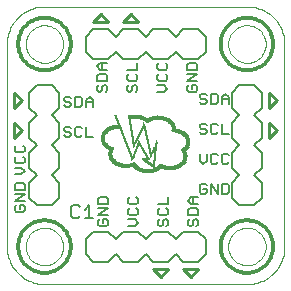
<source format=gto>
G75*
G70*
%OFA0B0*%
%FSLAX24Y24*%
%IPPOS*%
%LPD*%
%AMOC8*
5,1,8,0,0,1.08239X$1,22.5*
%
%ADD10C,0.0000*%
%ADD11C,0.0060*%
%ADD12C,0.0120*%
%ADD13C,0.0100*%
%ADD14R,0.0110X0.0005*%
%ADD15R,0.0210X0.0005*%
%ADD16R,0.0280X0.0005*%
%ADD17R,0.0325X0.0005*%
%ADD18R,0.0365X0.0005*%
%ADD19R,0.0410X0.0005*%
%ADD20R,0.0440X0.0005*%
%ADD21R,0.0470X0.0005*%
%ADD22R,0.0505X0.0005*%
%ADD23R,0.0530X0.0005*%
%ADD24R,0.0555X0.0005*%
%ADD25R,0.0580X0.0005*%
%ADD26R,0.0600X0.0005*%
%ADD27R,0.0625X0.0005*%
%ADD28R,0.0645X0.0005*%
%ADD29R,0.0665X0.0005*%
%ADD30R,0.0685X0.0005*%
%ADD31R,0.0705X0.0005*%
%ADD32R,0.0715X0.0005*%
%ADD33R,0.0735X0.0005*%
%ADD34R,0.0755X0.0005*%
%ADD35R,0.0090X0.0005*%
%ADD36R,0.0770X0.0005*%
%ADD37R,0.0190X0.0005*%
%ADD38R,0.0355X0.0005*%
%ADD39R,0.0360X0.0005*%
%ADD40R,0.0260X0.0005*%
%ADD41R,0.0315X0.0005*%
%ADD42R,0.0320X0.0005*%
%ADD43R,0.0295X0.0005*%
%ADD44R,0.0275X0.0005*%
%ADD45R,0.0400X0.0005*%
%ADD46R,0.0265X0.0005*%
%ADD47R,0.0435X0.0005*%
%ADD48R,0.0255X0.0005*%
%ADD49R,0.0465X0.0005*%
%ADD50R,0.0245X0.0005*%
%ADD51R,0.0495X0.0005*%
%ADD52R,0.0235X0.0005*%
%ADD53R,0.0525X0.0005*%
%ADD54R,0.0230X0.0005*%
%ADD55R,0.0240X0.0005*%
%ADD56R,0.0545X0.0005*%
%ADD57R,0.0820X0.0005*%
%ADD58R,0.0220X0.0005*%
%ADD59R,0.0025X0.0005*%
%ADD60R,0.0795X0.0005*%
%ADD61R,0.0215X0.0005*%
%ADD62R,0.0035X0.0005*%
%ADD63R,0.0040X0.0005*%
%ADD64R,0.0800X0.0005*%
%ADD65R,0.0205X0.0005*%
%ADD66R,0.0050X0.0005*%
%ADD67R,0.0805X0.0005*%
%ADD68R,0.0165X0.0005*%
%ADD69R,0.0055X0.0005*%
%ADD70R,0.0200X0.0005*%
%ADD71R,0.0060X0.0005*%
%ADD72R,0.0300X0.0005*%
%ADD73R,0.0195X0.0005*%
%ADD74R,0.0065X0.0005*%
%ADD75R,0.0345X0.0005*%
%ADD76R,0.0070X0.0005*%
%ADD77R,0.0385X0.0005*%
%ADD78R,0.0080X0.0005*%
%ADD79R,0.0425X0.0005*%
%ADD80R,0.0185X0.0005*%
%ADD81R,0.0085X0.0005*%
%ADD82R,0.0635X0.0005*%
%ADD83R,0.0810X0.0005*%
%ADD84R,0.0095X0.0005*%
%ADD85R,0.0335X0.0005*%
%ADD86R,0.0655X0.0005*%
%ADD87R,0.0105X0.0005*%
%ADD88R,0.0290X0.0005*%
%ADD89R,0.0660X0.0005*%
%ADD90R,0.0115X0.0005*%
%ADD91R,0.0285X0.0005*%
%ADD92R,0.0120X0.0005*%
%ADD93R,0.0270X0.0005*%
%ADD94R,0.0675X0.0005*%
%ADD95R,0.0130X0.0005*%
%ADD96R,0.0680X0.0005*%
%ADD97R,0.0135X0.0005*%
%ADD98R,0.0250X0.0005*%
%ADD99R,0.0140X0.0005*%
%ADD100R,0.0180X0.0005*%
%ADD101R,0.0695X0.0005*%
%ADD102R,0.0150X0.0005*%
%ADD103R,0.0160X0.0005*%
%ADD104R,0.0155X0.0005*%
%ADD105R,0.0145X0.0005*%
%ADD106R,0.0700X0.0005*%
%ADD107R,0.0225X0.0005*%
%ADD108R,0.0170X0.0005*%
%ADD109R,0.0100X0.0005*%
%ADD110R,0.0075X0.0005*%
%ADD111R,0.0720X0.0005*%
%ADD112R,0.0725X0.0005*%
%ADD113R,0.0340X0.0005*%
%ADD114R,0.0305X0.0005*%
%ADD115R,0.0175X0.0005*%
%ADD116R,0.0005X0.0005*%
%ADD117R,0.0010X0.0005*%
%ADD118R,0.0015X0.0005*%
%ADD119R,0.0020X0.0005*%
%ADD120R,0.0030X0.0005*%
%ADD121R,0.0125X0.0005*%
%ADD122R,0.0045X0.0005*%
%ADD123R,0.0370X0.0005*%
%ADD124R,0.0375X0.0005*%
%ADD125R,0.0350X0.0005*%
%ADD126R,0.0330X0.0005*%
%ADD127R,0.0485X0.0005*%
%ADD128R,0.0480X0.0005*%
%ADD129R,0.0460X0.0005*%
%ADD130R,0.0445X0.0005*%
%ADD131R,0.0310X0.0005*%
%ADD132R,0.0380X0.0005*%
%ADD133R,0.0415X0.0005*%
%ADD134R,0.0450X0.0005*%
%ADD135R,0.0490X0.0005*%
%ADD136R,0.0965X0.0005*%
%ADD137R,0.0975X0.0005*%
%ADD138R,0.0980X0.0005*%
%ADD139R,0.0990X0.0005*%
%ADD140R,0.1005X0.0005*%
%ADD141R,0.0615X0.0005*%
%ADD142R,0.0640X0.0005*%
%ADD143R,0.0605X0.0005*%
%ADD144R,0.0620X0.0005*%
%ADD145R,0.0590X0.0005*%
%ADD146R,0.0570X0.0005*%
%ADD147R,0.0540X0.0005*%
%ADD148R,0.0515X0.0005*%
%ADD149R,0.0565X0.0005*%
%ADD150R,0.0535X0.0005*%
%ADD151R,0.0395X0.0005*%
%ADD152R,0.0520X0.0005*%
%ADD153R,0.0500X0.0005*%
%ADD154R,0.0430X0.0005*%
%ADD155C,0.0080*%
D10*
X000680Y001930D02*
X000680Y008680D01*
X000682Y008748D01*
X000687Y008815D01*
X000696Y008882D01*
X000709Y008949D01*
X000726Y009014D01*
X000745Y009079D01*
X000769Y009143D01*
X000796Y009205D01*
X000826Y009266D01*
X000859Y009324D01*
X000895Y009381D01*
X000935Y009436D01*
X000977Y009489D01*
X001023Y009540D01*
X001070Y009587D01*
X001121Y009633D01*
X001174Y009675D01*
X001229Y009715D01*
X001286Y009751D01*
X001344Y009784D01*
X001405Y009814D01*
X001467Y009841D01*
X001531Y009865D01*
X001596Y009884D01*
X001661Y009901D01*
X001728Y009914D01*
X001795Y009923D01*
X001862Y009928D01*
X001930Y009930D01*
X008680Y009930D01*
X008748Y009928D01*
X008815Y009923D01*
X008882Y009914D01*
X008949Y009901D01*
X009014Y009884D01*
X009079Y009865D01*
X009143Y009841D01*
X009205Y009814D01*
X009266Y009784D01*
X009324Y009751D01*
X009381Y009715D01*
X009436Y009675D01*
X009489Y009633D01*
X009540Y009587D01*
X009587Y009540D01*
X009633Y009489D01*
X009675Y009436D01*
X009715Y009381D01*
X009751Y009324D01*
X009784Y009266D01*
X009814Y009205D01*
X009841Y009143D01*
X009865Y009079D01*
X009884Y009014D01*
X009901Y008949D01*
X009914Y008882D01*
X009923Y008815D01*
X009928Y008748D01*
X009930Y008680D01*
X009930Y001930D01*
X009928Y001862D01*
X009923Y001795D01*
X009914Y001728D01*
X009901Y001661D01*
X009884Y001596D01*
X009865Y001531D01*
X009841Y001467D01*
X009814Y001405D01*
X009784Y001344D01*
X009751Y001286D01*
X009715Y001229D01*
X009675Y001174D01*
X009633Y001121D01*
X009587Y001070D01*
X009540Y001023D01*
X009489Y000977D01*
X009436Y000935D01*
X009381Y000895D01*
X009324Y000859D01*
X009266Y000826D01*
X009205Y000796D01*
X009143Y000769D01*
X009079Y000745D01*
X009014Y000726D01*
X008949Y000709D01*
X008882Y000696D01*
X008815Y000687D01*
X008748Y000682D01*
X008680Y000680D01*
X001930Y000680D01*
X001862Y000682D01*
X001795Y000687D01*
X001728Y000696D01*
X001661Y000709D01*
X001596Y000726D01*
X001531Y000745D01*
X001467Y000769D01*
X001405Y000796D01*
X001344Y000826D01*
X001286Y000859D01*
X001229Y000895D01*
X001174Y000935D01*
X001121Y000977D01*
X001070Y001023D01*
X001023Y001070D01*
X000977Y001121D01*
X000935Y001174D01*
X000895Y001229D01*
X000859Y001286D01*
X000826Y001344D01*
X000796Y001405D01*
X000769Y001467D01*
X000745Y001531D01*
X000726Y001596D01*
X000709Y001661D01*
X000696Y001728D01*
X000687Y001795D01*
X000682Y001862D01*
X000680Y001930D01*
X001305Y001930D02*
X001307Y001980D01*
X001313Y002029D01*
X001323Y002078D01*
X001336Y002125D01*
X001354Y002172D01*
X001375Y002217D01*
X001399Y002260D01*
X001427Y002301D01*
X001458Y002340D01*
X001492Y002376D01*
X001529Y002410D01*
X001569Y002440D01*
X001610Y002467D01*
X001654Y002491D01*
X001699Y002511D01*
X001746Y002527D01*
X001794Y002540D01*
X001843Y002549D01*
X001893Y002554D01*
X001942Y002555D01*
X001992Y002552D01*
X002041Y002545D01*
X002090Y002534D01*
X002137Y002520D01*
X002183Y002501D01*
X002228Y002479D01*
X002271Y002454D01*
X002311Y002425D01*
X002349Y002393D01*
X002385Y002359D01*
X002418Y002321D01*
X002447Y002281D01*
X002473Y002239D01*
X002496Y002195D01*
X002515Y002149D01*
X002531Y002102D01*
X002543Y002053D01*
X002551Y002004D01*
X002555Y001955D01*
X002555Y001905D01*
X002551Y001856D01*
X002543Y001807D01*
X002531Y001758D01*
X002515Y001711D01*
X002496Y001665D01*
X002473Y001621D01*
X002447Y001579D01*
X002418Y001539D01*
X002385Y001501D01*
X002349Y001467D01*
X002311Y001435D01*
X002271Y001406D01*
X002228Y001381D01*
X002183Y001359D01*
X002137Y001340D01*
X002090Y001326D01*
X002041Y001315D01*
X001992Y001308D01*
X001942Y001305D01*
X001893Y001306D01*
X001843Y001311D01*
X001794Y001320D01*
X001746Y001333D01*
X001699Y001349D01*
X001654Y001369D01*
X001610Y001393D01*
X001569Y001420D01*
X001529Y001450D01*
X001492Y001484D01*
X001458Y001520D01*
X001427Y001559D01*
X001399Y001600D01*
X001375Y001643D01*
X001354Y001688D01*
X001336Y001735D01*
X001323Y001782D01*
X001313Y001831D01*
X001307Y001880D01*
X001305Y001930D01*
X001305Y008680D02*
X001307Y008730D01*
X001313Y008779D01*
X001323Y008828D01*
X001336Y008875D01*
X001354Y008922D01*
X001375Y008967D01*
X001399Y009010D01*
X001427Y009051D01*
X001458Y009090D01*
X001492Y009126D01*
X001529Y009160D01*
X001569Y009190D01*
X001610Y009217D01*
X001654Y009241D01*
X001699Y009261D01*
X001746Y009277D01*
X001794Y009290D01*
X001843Y009299D01*
X001893Y009304D01*
X001942Y009305D01*
X001992Y009302D01*
X002041Y009295D01*
X002090Y009284D01*
X002137Y009270D01*
X002183Y009251D01*
X002228Y009229D01*
X002271Y009204D01*
X002311Y009175D01*
X002349Y009143D01*
X002385Y009109D01*
X002418Y009071D01*
X002447Y009031D01*
X002473Y008989D01*
X002496Y008945D01*
X002515Y008899D01*
X002531Y008852D01*
X002543Y008803D01*
X002551Y008754D01*
X002555Y008705D01*
X002555Y008655D01*
X002551Y008606D01*
X002543Y008557D01*
X002531Y008508D01*
X002515Y008461D01*
X002496Y008415D01*
X002473Y008371D01*
X002447Y008329D01*
X002418Y008289D01*
X002385Y008251D01*
X002349Y008217D01*
X002311Y008185D01*
X002271Y008156D01*
X002228Y008131D01*
X002183Y008109D01*
X002137Y008090D01*
X002090Y008076D01*
X002041Y008065D01*
X001992Y008058D01*
X001942Y008055D01*
X001893Y008056D01*
X001843Y008061D01*
X001794Y008070D01*
X001746Y008083D01*
X001699Y008099D01*
X001654Y008119D01*
X001610Y008143D01*
X001569Y008170D01*
X001529Y008200D01*
X001492Y008234D01*
X001458Y008270D01*
X001427Y008309D01*
X001399Y008350D01*
X001375Y008393D01*
X001354Y008438D01*
X001336Y008485D01*
X001323Y008532D01*
X001313Y008581D01*
X001307Y008630D01*
X001305Y008680D01*
X008055Y008680D02*
X008057Y008730D01*
X008063Y008779D01*
X008073Y008828D01*
X008086Y008875D01*
X008104Y008922D01*
X008125Y008967D01*
X008149Y009010D01*
X008177Y009051D01*
X008208Y009090D01*
X008242Y009126D01*
X008279Y009160D01*
X008319Y009190D01*
X008360Y009217D01*
X008404Y009241D01*
X008449Y009261D01*
X008496Y009277D01*
X008544Y009290D01*
X008593Y009299D01*
X008643Y009304D01*
X008692Y009305D01*
X008742Y009302D01*
X008791Y009295D01*
X008840Y009284D01*
X008887Y009270D01*
X008933Y009251D01*
X008978Y009229D01*
X009021Y009204D01*
X009061Y009175D01*
X009099Y009143D01*
X009135Y009109D01*
X009168Y009071D01*
X009197Y009031D01*
X009223Y008989D01*
X009246Y008945D01*
X009265Y008899D01*
X009281Y008852D01*
X009293Y008803D01*
X009301Y008754D01*
X009305Y008705D01*
X009305Y008655D01*
X009301Y008606D01*
X009293Y008557D01*
X009281Y008508D01*
X009265Y008461D01*
X009246Y008415D01*
X009223Y008371D01*
X009197Y008329D01*
X009168Y008289D01*
X009135Y008251D01*
X009099Y008217D01*
X009061Y008185D01*
X009021Y008156D01*
X008978Y008131D01*
X008933Y008109D01*
X008887Y008090D01*
X008840Y008076D01*
X008791Y008065D01*
X008742Y008058D01*
X008692Y008055D01*
X008643Y008056D01*
X008593Y008061D01*
X008544Y008070D01*
X008496Y008083D01*
X008449Y008099D01*
X008404Y008119D01*
X008360Y008143D01*
X008319Y008170D01*
X008279Y008200D01*
X008242Y008234D01*
X008208Y008270D01*
X008177Y008309D01*
X008149Y008350D01*
X008125Y008393D01*
X008104Y008438D01*
X008086Y008485D01*
X008073Y008532D01*
X008063Y008581D01*
X008057Y008630D01*
X008055Y008680D01*
X008055Y001930D02*
X008057Y001980D01*
X008063Y002029D01*
X008073Y002078D01*
X008086Y002125D01*
X008104Y002172D01*
X008125Y002217D01*
X008149Y002260D01*
X008177Y002301D01*
X008208Y002340D01*
X008242Y002376D01*
X008279Y002410D01*
X008319Y002440D01*
X008360Y002467D01*
X008404Y002491D01*
X008449Y002511D01*
X008496Y002527D01*
X008544Y002540D01*
X008593Y002549D01*
X008643Y002554D01*
X008692Y002555D01*
X008742Y002552D01*
X008791Y002545D01*
X008840Y002534D01*
X008887Y002520D01*
X008933Y002501D01*
X008978Y002479D01*
X009021Y002454D01*
X009061Y002425D01*
X009099Y002393D01*
X009135Y002359D01*
X009168Y002321D01*
X009197Y002281D01*
X009223Y002239D01*
X009246Y002195D01*
X009265Y002149D01*
X009281Y002102D01*
X009293Y002053D01*
X009301Y002004D01*
X009305Y001955D01*
X009305Y001905D01*
X009301Y001856D01*
X009293Y001807D01*
X009281Y001758D01*
X009265Y001711D01*
X009246Y001665D01*
X009223Y001621D01*
X009197Y001579D01*
X009168Y001539D01*
X009135Y001501D01*
X009099Y001467D01*
X009061Y001435D01*
X009021Y001406D01*
X008978Y001381D01*
X008933Y001359D01*
X008887Y001340D01*
X008840Y001326D01*
X008791Y001315D01*
X008742Y001308D01*
X008692Y001305D01*
X008643Y001306D01*
X008593Y001311D01*
X008544Y001320D01*
X008496Y001333D01*
X008449Y001349D01*
X008404Y001369D01*
X008360Y001393D01*
X008319Y001420D01*
X008279Y001450D01*
X008242Y001484D01*
X008208Y001520D01*
X008177Y001559D01*
X008149Y001600D01*
X008125Y001643D01*
X008104Y001688D01*
X008086Y001735D01*
X008073Y001782D01*
X008063Y001831D01*
X008057Y001880D01*
X008055Y001930D01*
D11*
X007050Y002662D02*
X006993Y002605D01*
X007050Y002662D02*
X007050Y002775D01*
X006993Y002832D01*
X006937Y002832D01*
X006880Y002775D01*
X006880Y002662D01*
X006823Y002605D01*
X006766Y002605D01*
X006710Y002662D01*
X006710Y002775D01*
X006766Y002832D01*
X006710Y002973D02*
X006710Y003144D01*
X006766Y003200D01*
X006993Y003200D01*
X007050Y003144D01*
X007050Y002973D01*
X006710Y002973D01*
X006823Y003342D02*
X006710Y003455D01*
X006823Y003569D01*
X007050Y003569D01*
X007162Y003685D02*
X007275Y003685D01*
X007332Y003742D01*
X007332Y003855D01*
X007218Y003855D01*
X007105Y003969D02*
X007162Y004025D01*
X007275Y004025D01*
X007332Y003969D01*
X007473Y004025D02*
X007700Y003685D01*
X007700Y004025D01*
X007842Y004025D02*
X008012Y004025D01*
X008069Y003969D01*
X008069Y003742D01*
X008012Y003685D01*
X007842Y003685D01*
X007842Y004025D01*
X007473Y004025D02*
X007473Y003685D01*
X007162Y003685D02*
X007105Y003742D01*
X007105Y003969D01*
X006880Y003569D02*
X006880Y003342D01*
X006823Y003342D02*
X007050Y003342D01*
X006050Y003342D02*
X006050Y003569D01*
X006050Y003342D02*
X005710Y003342D01*
X005766Y003200D02*
X005710Y003144D01*
X005710Y003030D01*
X005766Y002973D01*
X005993Y002973D01*
X006050Y003030D01*
X006050Y003144D01*
X005993Y003200D01*
X005993Y002832D02*
X005937Y002832D01*
X005880Y002775D01*
X005880Y002662D01*
X005823Y002605D01*
X005766Y002605D01*
X005710Y002662D01*
X005710Y002775D01*
X005766Y002832D01*
X005993Y002832D02*
X006050Y002775D01*
X006050Y002662D01*
X005993Y002605D01*
X005050Y002718D02*
X004937Y002832D01*
X004710Y002832D01*
X004766Y002973D02*
X004993Y002973D01*
X005050Y003030D01*
X005050Y003144D01*
X004993Y003200D01*
X004993Y003342D02*
X005050Y003398D01*
X005050Y003512D01*
X004993Y003569D01*
X004993Y003342D02*
X004766Y003342D01*
X004710Y003398D01*
X004710Y003512D01*
X004766Y003569D01*
X004766Y003200D02*
X004710Y003144D01*
X004710Y003030D01*
X004766Y002973D01*
X005050Y002718D02*
X004937Y002605D01*
X004710Y002605D01*
X004050Y002662D02*
X004050Y002775D01*
X003993Y002832D01*
X003880Y002832D01*
X003880Y002718D01*
X003993Y002605D02*
X003766Y002605D01*
X003710Y002662D01*
X003710Y002775D01*
X003766Y002832D01*
X003710Y002973D02*
X004050Y003200D01*
X003710Y003200D01*
X003710Y003342D02*
X003710Y003512D01*
X003766Y003569D01*
X003993Y003569D01*
X004050Y003512D01*
X004050Y003342D01*
X003710Y003342D01*
X003710Y002973D02*
X004050Y002973D01*
X004050Y002662D02*
X003993Y002605D01*
X001275Y003142D02*
X001275Y003255D01*
X001218Y003312D01*
X001105Y003312D01*
X001105Y003198D01*
X001218Y003085D02*
X000991Y003085D01*
X000935Y003142D01*
X000935Y003255D01*
X000991Y003312D01*
X000935Y003453D02*
X001275Y003680D01*
X000935Y003680D01*
X000935Y003822D02*
X000935Y003992D01*
X000991Y004048D01*
X001218Y004048D01*
X001275Y003992D01*
X001275Y003822D01*
X000935Y003822D01*
X000935Y003453D02*
X001275Y003453D01*
X001275Y003142D02*
X001218Y003085D01*
X001162Y004335D02*
X000935Y004335D01*
X001162Y004335D02*
X001275Y004448D01*
X001162Y004562D01*
X000935Y004562D01*
X000991Y004703D02*
X000935Y004760D01*
X000935Y004873D01*
X000991Y004930D01*
X000991Y005072D02*
X001218Y005072D01*
X001275Y005128D01*
X001275Y005242D01*
X001218Y005298D01*
X000991Y005298D02*
X000935Y005242D01*
X000935Y005128D01*
X000991Y005072D01*
X001218Y004930D02*
X001275Y004873D01*
X001275Y004760D01*
X001218Y004703D01*
X000991Y004703D01*
X002585Y005642D02*
X002642Y005585D01*
X002755Y005585D01*
X002812Y005642D01*
X002812Y005698D01*
X002755Y005755D01*
X002642Y005755D01*
X002585Y005812D01*
X002585Y005869D01*
X002642Y005925D01*
X002755Y005925D01*
X002812Y005869D01*
X002953Y005869D02*
X002953Y005642D01*
X003010Y005585D01*
X003123Y005585D01*
X003180Y005642D01*
X003322Y005585D02*
X003322Y005925D01*
X003180Y005869D02*
X003123Y005925D01*
X003010Y005925D01*
X002953Y005869D01*
X003322Y005585D02*
X003548Y005585D01*
X003548Y006585D02*
X003548Y006812D01*
X003435Y006925D01*
X003322Y006812D01*
X003322Y006585D01*
X003322Y006755D02*
X003548Y006755D01*
X003741Y007085D02*
X003798Y007085D01*
X003855Y007142D01*
X003855Y007255D01*
X003912Y007312D01*
X003968Y007312D01*
X004025Y007255D01*
X004025Y007142D01*
X003968Y007085D01*
X003741Y007085D02*
X003685Y007142D01*
X003685Y007255D01*
X003741Y007312D01*
X003685Y007453D02*
X003685Y007623D01*
X003741Y007680D01*
X003968Y007680D01*
X004025Y007623D01*
X004025Y007453D01*
X003685Y007453D01*
X003798Y007822D02*
X003685Y007935D01*
X003798Y008048D01*
X004025Y008048D01*
X003855Y008048D02*
X003855Y007822D01*
X003798Y007822D02*
X004025Y007822D01*
X004685Y007822D02*
X005025Y007822D01*
X005025Y008048D01*
X004968Y007680D02*
X005025Y007623D01*
X005025Y007510D01*
X004968Y007453D01*
X004741Y007453D01*
X004685Y007510D01*
X004685Y007623D01*
X004741Y007680D01*
X004741Y007312D02*
X004685Y007255D01*
X004685Y007142D01*
X004741Y007085D01*
X004798Y007085D01*
X004855Y007142D01*
X004855Y007255D01*
X004912Y007312D01*
X004968Y007312D01*
X005025Y007255D01*
X005025Y007142D01*
X004968Y007085D01*
X005685Y007085D02*
X005912Y007085D01*
X006025Y007198D01*
X005912Y007312D01*
X005685Y007312D01*
X005741Y007453D02*
X005685Y007510D01*
X005685Y007623D01*
X005741Y007680D01*
X005741Y007822D02*
X005968Y007822D01*
X006025Y007878D01*
X006025Y007992D01*
X005968Y008048D01*
X005741Y008048D02*
X005685Y007992D01*
X005685Y007878D01*
X005741Y007822D01*
X005968Y007680D02*
X006025Y007623D01*
X006025Y007510D01*
X005968Y007453D01*
X005741Y007453D01*
X006685Y007453D02*
X007025Y007680D01*
X006685Y007680D01*
X006685Y007822D02*
X006685Y007992D01*
X006741Y008048D01*
X006968Y008048D01*
X007025Y007992D01*
X007025Y007822D01*
X006685Y007822D01*
X006685Y007453D02*
X007025Y007453D01*
X006968Y007312D02*
X006855Y007312D01*
X006855Y007198D01*
X006968Y007085D02*
X006741Y007085D01*
X006685Y007142D01*
X006685Y007255D01*
X006741Y007312D01*
X006968Y007312D02*
X007025Y007255D01*
X007025Y007142D01*
X006968Y007085D01*
X007105Y006969D02*
X007105Y006912D01*
X007162Y006855D01*
X007275Y006855D01*
X007332Y006798D01*
X007332Y006742D01*
X007275Y006685D01*
X007162Y006685D01*
X007105Y006742D01*
X007105Y006969D02*
X007162Y007025D01*
X007275Y007025D01*
X007332Y006969D01*
X007473Y007025D02*
X007644Y007025D01*
X007700Y006969D01*
X007700Y006742D01*
X007644Y006685D01*
X007473Y006685D01*
X007473Y007025D01*
X007842Y006912D02*
X007842Y006685D01*
X007842Y006855D02*
X008069Y006855D01*
X008069Y006912D02*
X008069Y006685D01*
X008069Y006912D02*
X007955Y007025D01*
X007842Y006912D01*
X007842Y006025D02*
X007842Y005685D01*
X008069Y005685D01*
X007700Y005742D02*
X007644Y005685D01*
X007530Y005685D01*
X007473Y005742D01*
X007473Y005969D01*
X007530Y006025D01*
X007644Y006025D01*
X007700Y005969D01*
X007332Y005969D02*
X007275Y006025D01*
X007162Y006025D01*
X007105Y005969D01*
X007105Y005912D01*
X007162Y005855D01*
X007275Y005855D01*
X007332Y005798D01*
X007332Y005742D01*
X007275Y005685D01*
X007162Y005685D01*
X007105Y005742D01*
X007105Y005025D02*
X007105Y004798D01*
X007218Y004685D01*
X007332Y004798D01*
X007332Y005025D01*
X007473Y004969D02*
X007473Y004742D01*
X007530Y004685D01*
X007644Y004685D01*
X007700Y004742D01*
X007842Y004742D02*
X007898Y004685D01*
X008012Y004685D01*
X008069Y004742D01*
X008069Y004969D02*
X008012Y005025D01*
X007898Y005025D01*
X007842Y004969D01*
X007842Y004742D01*
X007700Y004969D02*
X007644Y005025D01*
X007530Y005025D01*
X007473Y004969D01*
X003180Y006642D02*
X003180Y006869D01*
X003123Y006925D01*
X002953Y006925D01*
X002953Y006585D01*
X003123Y006585D01*
X003180Y006642D01*
X002812Y006642D02*
X002755Y006585D01*
X002642Y006585D01*
X002585Y006642D01*
X002642Y006755D02*
X002755Y006755D01*
X002812Y006698D01*
X002812Y006642D01*
X002642Y006755D02*
X002585Y006812D01*
X002585Y006869D01*
X002642Y006925D01*
X002755Y006925D01*
X002812Y006869D01*
D12*
X001930Y007805D02*
X001872Y007807D01*
X001813Y007813D01*
X001756Y007823D01*
X001699Y007836D01*
X001643Y007853D01*
X001588Y007874D01*
X001535Y007899D01*
X001484Y007927D01*
X001435Y007959D01*
X001388Y007993D01*
X001343Y008031D01*
X001301Y008072D01*
X001262Y008115D01*
X001226Y008161D01*
X001192Y008209D01*
X001163Y008259D01*
X001136Y008312D01*
X001113Y008366D01*
X001094Y008421D01*
X001079Y008477D01*
X001067Y008534D01*
X001059Y008592D01*
X001055Y008651D01*
X001055Y008709D01*
X001059Y008768D01*
X001067Y008826D01*
X001079Y008883D01*
X001094Y008939D01*
X001113Y008994D01*
X001136Y009048D01*
X001163Y009101D01*
X001192Y009151D01*
X001226Y009199D01*
X001262Y009245D01*
X001301Y009288D01*
X001343Y009329D01*
X001388Y009367D01*
X001435Y009401D01*
X001484Y009433D01*
X001535Y009461D01*
X001588Y009486D01*
X001643Y009507D01*
X001699Y009524D01*
X001756Y009537D01*
X001813Y009547D01*
X001872Y009553D01*
X001930Y009555D01*
X001988Y009553D01*
X002047Y009547D01*
X002104Y009537D01*
X002161Y009524D01*
X002217Y009507D01*
X002272Y009486D01*
X002325Y009461D01*
X002376Y009433D01*
X002425Y009401D01*
X002472Y009367D01*
X002517Y009329D01*
X002559Y009288D01*
X002598Y009245D01*
X002634Y009199D01*
X002668Y009151D01*
X002697Y009101D01*
X002724Y009048D01*
X002747Y008994D01*
X002766Y008939D01*
X002781Y008883D01*
X002793Y008826D01*
X002801Y008768D01*
X002805Y008709D01*
X002805Y008651D01*
X002801Y008592D01*
X002793Y008534D01*
X002781Y008477D01*
X002766Y008421D01*
X002747Y008366D01*
X002724Y008312D01*
X002697Y008259D01*
X002668Y008209D01*
X002634Y008161D01*
X002598Y008115D01*
X002559Y008072D01*
X002517Y008031D01*
X002472Y007993D01*
X002425Y007959D01*
X002376Y007927D01*
X002325Y007899D01*
X002272Y007874D01*
X002217Y007853D01*
X002161Y007836D01*
X002104Y007823D01*
X002047Y007813D01*
X001988Y007807D01*
X001930Y007805D01*
X001930Y002805D02*
X001872Y002803D01*
X001813Y002797D01*
X001756Y002787D01*
X001699Y002774D01*
X001643Y002757D01*
X001588Y002736D01*
X001535Y002711D01*
X001484Y002683D01*
X001435Y002651D01*
X001388Y002617D01*
X001343Y002579D01*
X001301Y002538D01*
X001262Y002495D01*
X001226Y002449D01*
X001192Y002401D01*
X001163Y002351D01*
X001136Y002298D01*
X001113Y002244D01*
X001094Y002189D01*
X001079Y002133D01*
X001067Y002076D01*
X001059Y002018D01*
X001055Y001959D01*
X001055Y001901D01*
X001059Y001842D01*
X001067Y001784D01*
X001079Y001727D01*
X001094Y001671D01*
X001113Y001616D01*
X001136Y001562D01*
X001163Y001509D01*
X001192Y001459D01*
X001226Y001411D01*
X001262Y001365D01*
X001301Y001322D01*
X001343Y001281D01*
X001388Y001243D01*
X001435Y001209D01*
X001484Y001177D01*
X001535Y001149D01*
X001588Y001124D01*
X001643Y001103D01*
X001699Y001086D01*
X001756Y001073D01*
X001813Y001063D01*
X001872Y001057D01*
X001930Y001055D01*
X001988Y001057D01*
X002047Y001063D01*
X002104Y001073D01*
X002161Y001086D01*
X002217Y001103D01*
X002272Y001124D01*
X002325Y001149D01*
X002376Y001177D01*
X002425Y001209D01*
X002472Y001243D01*
X002517Y001281D01*
X002559Y001322D01*
X002598Y001365D01*
X002634Y001411D01*
X002668Y001459D01*
X002697Y001509D01*
X002724Y001562D01*
X002747Y001616D01*
X002766Y001671D01*
X002781Y001727D01*
X002793Y001784D01*
X002801Y001842D01*
X002805Y001901D01*
X002805Y001959D01*
X002801Y002018D01*
X002793Y002076D01*
X002781Y002133D01*
X002766Y002189D01*
X002747Y002244D01*
X002724Y002298D01*
X002697Y002351D01*
X002668Y002401D01*
X002634Y002449D01*
X002598Y002495D01*
X002559Y002538D01*
X002517Y002579D01*
X002472Y002617D01*
X002425Y002651D01*
X002376Y002683D01*
X002325Y002711D01*
X002272Y002736D01*
X002217Y002757D01*
X002161Y002774D01*
X002104Y002787D01*
X002047Y002797D01*
X001988Y002803D01*
X001930Y002805D01*
X008680Y002805D02*
X008622Y002803D01*
X008563Y002797D01*
X008506Y002787D01*
X008449Y002774D01*
X008393Y002757D01*
X008338Y002736D01*
X008285Y002711D01*
X008234Y002683D01*
X008185Y002651D01*
X008138Y002617D01*
X008093Y002579D01*
X008051Y002538D01*
X008012Y002495D01*
X007976Y002449D01*
X007942Y002401D01*
X007913Y002351D01*
X007886Y002298D01*
X007863Y002244D01*
X007844Y002189D01*
X007829Y002133D01*
X007817Y002076D01*
X007809Y002018D01*
X007805Y001959D01*
X007805Y001901D01*
X007809Y001842D01*
X007817Y001784D01*
X007829Y001727D01*
X007844Y001671D01*
X007863Y001616D01*
X007886Y001562D01*
X007913Y001509D01*
X007942Y001459D01*
X007976Y001411D01*
X008012Y001365D01*
X008051Y001322D01*
X008093Y001281D01*
X008138Y001243D01*
X008185Y001209D01*
X008234Y001177D01*
X008285Y001149D01*
X008338Y001124D01*
X008393Y001103D01*
X008449Y001086D01*
X008506Y001073D01*
X008563Y001063D01*
X008622Y001057D01*
X008680Y001055D01*
X008738Y001057D01*
X008797Y001063D01*
X008854Y001073D01*
X008911Y001086D01*
X008967Y001103D01*
X009022Y001124D01*
X009075Y001149D01*
X009126Y001177D01*
X009175Y001209D01*
X009222Y001243D01*
X009267Y001281D01*
X009309Y001322D01*
X009348Y001365D01*
X009384Y001411D01*
X009418Y001459D01*
X009447Y001509D01*
X009474Y001562D01*
X009497Y001616D01*
X009516Y001671D01*
X009531Y001727D01*
X009543Y001784D01*
X009551Y001842D01*
X009555Y001901D01*
X009555Y001959D01*
X009551Y002018D01*
X009543Y002076D01*
X009531Y002133D01*
X009516Y002189D01*
X009497Y002244D01*
X009474Y002298D01*
X009447Y002351D01*
X009418Y002401D01*
X009384Y002449D01*
X009348Y002495D01*
X009309Y002538D01*
X009267Y002579D01*
X009222Y002617D01*
X009175Y002651D01*
X009126Y002683D01*
X009075Y002711D01*
X009022Y002736D01*
X008967Y002757D01*
X008911Y002774D01*
X008854Y002787D01*
X008797Y002797D01*
X008738Y002803D01*
X008680Y002805D01*
X008680Y007805D02*
X008622Y007807D01*
X008563Y007813D01*
X008506Y007823D01*
X008449Y007836D01*
X008393Y007853D01*
X008338Y007874D01*
X008285Y007899D01*
X008234Y007927D01*
X008185Y007959D01*
X008138Y007993D01*
X008093Y008031D01*
X008051Y008072D01*
X008012Y008115D01*
X007976Y008161D01*
X007942Y008209D01*
X007913Y008259D01*
X007886Y008312D01*
X007863Y008366D01*
X007844Y008421D01*
X007829Y008477D01*
X007817Y008534D01*
X007809Y008592D01*
X007805Y008651D01*
X007805Y008709D01*
X007809Y008768D01*
X007817Y008826D01*
X007829Y008883D01*
X007844Y008939D01*
X007863Y008994D01*
X007886Y009048D01*
X007913Y009101D01*
X007942Y009151D01*
X007976Y009199D01*
X008012Y009245D01*
X008051Y009288D01*
X008093Y009329D01*
X008138Y009367D01*
X008185Y009401D01*
X008234Y009433D01*
X008285Y009461D01*
X008338Y009486D01*
X008393Y009507D01*
X008449Y009524D01*
X008506Y009537D01*
X008563Y009547D01*
X008622Y009553D01*
X008680Y009555D01*
X008738Y009553D01*
X008797Y009547D01*
X008854Y009537D01*
X008911Y009524D01*
X008967Y009507D01*
X009022Y009486D01*
X009075Y009461D01*
X009126Y009433D01*
X009175Y009401D01*
X009222Y009367D01*
X009267Y009329D01*
X009309Y009288D01*
X009348Y009245D01*
X009384Y009199D01*
X009418Y009151D01*
X009447Y009101D01*
X009474Y009048D01*
X009497Y008994D01*
X009516Y008939D01*
X009531Y008883D01*
X009543Y008826D01*
X009551Y008768D01*
X009555Y008709D01*
X009555Y008651D01*
X009551Y008592D01*
X009543Y008534D01*
X009531Y008477D01*
X009516Y008421D01*
X009497Y008366D01*
X009474Y008312D01*
X009447Y008259D01*
X009418Y008209D01*
X009384Y008161D01*
X009348Y008115D01*
X009309Y008072D01*
X009267Y008031D01*
X009222Y007993D01*
X009175Y007959D01*
X009126Y007927D01*
X009075Y007899D01*
X009022Y007874D01*
X008967Y007853D01*
X008911Y007836D01*
X008854Y007823D01*
X008797Y007813D01*
X008738Y007807D01*
X008680Y007805D01*
D13*
X009430Y007055D02*
X009680Y006805D01*
X009430Y006555D01*
X009430Y007055D01*
X009430Y006055D02*
X009680Y005805D01*
X009430Y005555D01*
X009430Y006055D01*
X005055Y009430D02*
X004805Y009680D01*
X004555Y009430D01*
X005055Y009430D01*
X004055Y009430D02*
X003805Y009680D01*
X003555Y009430D01*
X004055Y009430D01*
X001180Y006805D02*
X000930Y006555D01*
X000930Y007055D01*
X001180Y006805D01*
X000930Y006055D02*
X001180Y005805D01*
X000930Y005555D01*
X000930Y006055D01*
X005555Y001180D02*
X005805Y000930D01*
X006055Y001180D01*
X005555Y001180D01*
X006555Y001180D02*
X006805Y000930D01*
X007055Y001180D01*
X006555Y001180D01*
D14*
X005374Y004371D03*
X005479Y004646D03*
X005464Y004656D03*
X005459Y004661D03*
X005454Y004666D03*
X005439Y004676D03*
X005394Y004706D03*
X005379Y004716D03*
X005374Y004721D03*
X005359Y004731D03*
X005344Y004741D03*
X005339Y004746D03*
X005329Y004751D03*
X005324Y004756D03*
X005319Y004761D03*
X005309Y004766D03*
X005304Y004771D03*
X005294Y004776D03*
X005289Y004781D03*
X005274Y004791D03*
X005494Y005021D03*
X005614Y005176D03*
X005614Y005181D03*
X005619Y005186D03*
X005619Y005191D03*
X005089Y005331D03*
X005089Y005336D03*
X004929Y005356D03*
X004929Y005361D03*
X004869Y004886D03*
X004899Y004691D03*
X005244Y005896D03*
X005244Y005901D03*
D15*
X005374Y006096D03*
X004964Y006291D03*
X004024Y005786D03*
X004024Y005246D03*
X004029Y005241D03*
X004284Y004721D03*
X005014Y004541D03*
X005374Y004376D03*
X006479Y004646D03*
X006564Y005676D03*
X006279Y005826D03*
D16*
X006314Y005806D03*
X005649Y004496D03*
X005374Y004381D03*
X004119Y005836D03*
X004964Y006286D03*
D17*
X004966Y006281D03*
X005386Y006126D03*
X006346Y004586D03*
X005376Y004386D03*
D18*
X005376Y004391D03*
X006371Y005761D03*
D19*
X005374Y004396D03*
X004279Y005891D03*
D20*
X004269Y005881D03*
X005374Y004401D03*
D21*
X005374Y004406D03*
X004259Y005866D03*
D22*
X004976Y006251D03*
X005376Y004411D03*
D23*
X005374Y004416D03*
D24*
X005376Y004421D03*
X005001Y006231D03*
D25*
X005019Y006216D03*
X005374Y004426D03*
D26*
X005374Y004431D03*
X005029Y006206D03*
D27*
X005376Y004436D03*
D28*
X005376Y004441D03*
X004731Y004586D03*
D29*
X004701Y004601D03*
X005376Y004446D03*
D30*
X005376Y004451D03*
X004676Y004616D03*
D31*
X004646Y004636D03*
X005376Y004456D03*
D32*
X005376Y004461D03*
X004641Y004641D03*
X004636Y004646D03*
D33*
X005376Y004466D03*
D34*
X005376Y004471D03*
D35*
X005559Y004581D03*
X005494Y004996D03*
X005629Y005226D03*
X005634Y005236D03*
X005634Y005241D03*
X005089Y005356D03*
X004924Y005331D03*
X004869Y004861D03*
X004904Y004696D03*
X006109Y004471D03*
X005249Y005926D03*
D36*
X005374Y004476D03*
D37*
X005294Y004806D03*
X006109Y004476D03*
X006584Y005131D03*
X006589Y005136D03*
X006594Y005146D03*
X006599Y005151D03*
X006604Y005156D03*
X006609Y005161D03*
X006614Y005636D03*
X006609Y005641D03*
X006604Y005646D03*
X006269Y005831D03*
X006144Y006051D03*
X006139Y006056D03*
X006134Y006061D03*
X004154Y005146D03*
X003994Y005271D03*
X003989Y005276D03*
X003989Y005756D03*
X003994Y005761D03*
X004239Y004756D03*
X004244Y004751D03*
D38*
X005161Y004481D03*
X006111Y004491D03*
X006356Y005771D03*
D39*
X006364Y005766D03*
X006414Y005736D03*
X005179Y006186D03*
X004299Y005911D03*
X004179Y005851D03*
X005589Y004481D03*
D40*
X006109Y004481D03*
X006409Y004606D03*
X006304Y005811D03*
X006024Y006131D03*
X005379Y006111D03*
X004354Y004681D03*
D41*
X005131Y004486D03*
X005621Y004486D03*
X005211Y006181D03*
D42*
X004154Y005846D03*
X006109Y004486D03*
X006444Y005731D03*
X006334Y005791D03*
D43*
X006321Y005801D03*
X006461Y005726D03*
X005636Y004491D03*
X005116Y004491D03*
X004136Y005841D03*
D44*
X004331Y005936D03*
X005301Y004831D03*
X005101Y004496D03*
X004846Y004661D03*
X004371Y004676D03*
D45*
X004284Y005896D03*
X006109Y004496D03*
D46*
X005846Y004596D03*
X005666Y004501D03*
X005311Y004821D03*
X005086Y004501D03*
X004106Y005831D03*
X006491Y005716D03*
D47*
X006111Y004501D03*
D48*
X005676Y004506D03*
X005311Y004816D03*
X005076Y004506D03*
X004346Y004686D03*
X004096Y005826D03*
X006501Y005711D03*
D49*
X006111Y004506D03*
X004951Y006266D03*
D50*
X006046Y006121D03*
X006511Y005706D03*
X005686Y004511D03*
X005066Y004511D03*
X004336Y004691D03*
X004121Y005181D03*
X004116Y005186D03*
X004081Y005211D03*
D51*
X006111Y004511D03*
D52*
X005696Y004516D03*
X005056Y004516D03*
X004651Y004556D03*
X004316Y004701D03*
X004131Y005171D03*
X004126Y005176D03*
X004066Y005811D03*
X006056Y006116D03*
X006531Y005696D03*
D53*
X006111Y004516D03*
D54*
X006439Y004621D03*
X006449Y004626D03*
X006539Y005691D03*
X006289Y005821D03*
X006064Y006111D03*
X005049Y004521D03*
X005039Y004526D03*
X004064Y005221D03*
X004054Y005226D03*
X004054Y005806D03*
D55*
X004074Y005816D03*
X004074Y005216D03*
X004324Y004696D03*
X005314Y004836D03*
X005704Y004521D03*
X005839Y004601D03*
X006429Y004616D03*
X006524Y005701D03*
X005379Y006106D03*
D56*
X004996Y006236D03*
X006111Y004521D03*
D57*
X005989Y004526D03*
D58*
X006464Y004636D03*
X006549Y005686D03*
X006079Y006101D03*
X006074Y006106D03*
X005029Y004531D03*
X004299Y004711D03*
X004039Y005796D03*
D59*
X004906Y005246D03*
X004906Y005241D03*
X005081Y005421D03*
X005261Y006011D03*
X005261Y006016D03*
X005681Y005396D03*
X005681Y005391D03*
X005481Y004896D03*
X005481Y004891D03*
X005586Y004531D03*
X004861Y004791D03*
D60*
X006011Y004531D03*
X006021Y004536D03*
D61*
X005831Y004606D03*
X005326Y004841D03*
X005021Y004536D03*
X004291Y004716D03*
X004141Y005161D03*
X004036Y005236D03*
X004031Y005791D03*
X006086Y006096D03*
X006556Y005681D03*
X006471Y004641D03*
D62*
X005671Y005361D03*
X005676Y005371D03*
X005676Y005376D03*
X005081Y005411D03*
X005081Y005416D03*
X004906Y005256D03*
X004906Y004706D03*
X005581Y004536D03*
X005256Y005996D03*
D63*
X005259Y005991D03*
X005084Y005406D03*
X004909Y005266D03*
X004909Y005261D03*
X004864Y004811D03*
X004864Y004806D03*
X005484Y004916D03*
X005484Y004921D03*
X005809Y004651D03*
X005579Y004541D03*
X005669Y005351D03*
X005669Y005356D03*
X005674Y005366D03*
D64*
X006059Y004556D03*
X006049Y004551D03*
X006029Y004541D03*
D65*
X006486Y004651D03*
X006491Y004656D03*
X006571Y005671D03*
X006101Y006086D03*
X006096Y006091D03*
X005001Y004551D03*
X005006Y004546D03*
X004276Y004726D03*
X004146Y005156D03*
X004016Y005251D03*
X004016Y005781D03*
D66*
X004914Y005281D03*
X005084Y005396D03*
X004864Y004826D03*
X004864Y004821D03*
X004864Y004816D03*
X005579Y004546D03*
X005664Y005331D03*
X005664Y005336D03*
X005254Y005976D03*
D67*
X006081Y004571D03*
X006076Y004566D03*
X006066Y004561D03*
X006041Y004546D03*
X006091Y004576D03*
D68*
X006571Y004736D03*
X006576Y004741D03*
X006576Y004746D03*
X006581Y004751D03*
X006586Y005076D03*
X006581Y005086D03*
X006576Y005091D03*
X006576Y005096D03*
X006571Y005106D03*
X006571Y005111D03*
X006671Y005231D03*
X006676Y005236D03*
X006681Y005246D03*
X006676Y005561D03*
X006671Y005571D03*
X006666Y005576D03*
X006256Y005836D03*
X006201Y005981D03*
X006196Y005986D03*
X006196Y005991D03*
X006191Y005996D03*
X006186Y006001D03*
X005526Y004631D03*
X004651Y004551D03*
X004186Y004816D03*
X004181Y004821D03*
X004181Y004826D03*
X004176Y004831D03*
X004171Y004841D03*
X004161Y005136D03*
X003936Y005331D03*
X003931Y005341D03*
X003926Y005346D03*
X003921Y005351D03*
X003916Y005361D03*
X003916Y005671D03*
X003921Y005681D03*
X003926Y005686D03*
X003931Y005691D03*
X003936Y005701D03*
D69*
X004771Y006126D03*
X004771Y006131D03*
X004766Y006156D03*
X004766Y006161D03*
X004776Y006101D03*
X004776Y006096D03*
X004781Y006071D03*
X004786Y006041D03*
X004791Y006011D03*
X004796Y005981D03*
X004746Y006281D03*
X004746Y006286D03*
X005256Y005971D03*
X005086Y005391D03*
X004911Y005286D03*
X005486Y004941D03*
X005486Y004936D03*
X005576Y004551D03*
X005656Y005311D03*
X005656Y005316D03*
X005661Y005321D03*
X005661Y005326D03*
D70*
X005829Y004611D03*
X006499Y004661D03*
X006584Y005661D03*
X006579Y005666D03*
X006109Y006081D03*
X004834Y006186D03*
X004364Y005951D03*
X004009Y005776D03*
X004004Y005771D03*
X004004Y005261D03*
X004009Y005256D03*
X004149Y005151D03*
X004264Y004736D03*
X004269Y004731D03*
X004874Y004671D03*
X004994Y004556D03*
D71*
X004864Y004831D03*
X004864Y004836D03*
X004824Y004941D03*
X004814Y004966D03*
X004804Y004991D03*
X004794Y005016D03*
X004769Y005081D03*
X004759Y005106D03*
X004749Y005131D03*
X004739Y005156D03*
X004714Y005221D03*
X004704Y005246D03*
X004694Y005271D03*
X004684Y005296D03*
X004659Y005361D03*
X004649Y005386D03*
X004639Y005411D03*
X004629Y005436D03*
X004594Y005526D03*
X004584Y005551D03*
X004574Y005576D03*
X004564Y005601D03*
X004539Y005666D03*
X004529Y005691D03*
X004519Y005716D03*
X004509Y005741D03*
X004499Y005766D03*
X004489Y005791D03*
X004484Y005806D03*
X004474Y005831D03*
X004809Y005896D03*
X004809Y005901D03*
X004809Y005906D03*
X004809Y005911D03*
X004809Y005916D03*
X004809Y005921D03*
X004804Y005926D03*
X004804Y005931D03*
X004804Y005936D03*
X004804Y005941D03*
X004804Y005946D03*
X004804Y005951D03*
X004799Y005956D03*
X004799Y005961D03*
X004799Y005966D03*
X004799Y005971D03*
X004799Y005976D03*
X004794Y005986D03*
X004794Y005991D03*
X004794Y005996D03*
X004794Y006001D03*
X004794Y006006D03*
X004789Y006016D03*
X004789Y006021D03*
X004789Y006026D03*
X004789Y006031D03*
X004789Y006036D03*
X004784Y006046D03*
X004784Y006051D03*
X004784Y006056D03*
X004784Y006061D03*
X004784Y006066D03*
X004779Y006076D03*
X004779Y006081D03*
X004779Y006086D03*
X004779Y006091D03*
X004774Y006106D03*
X004774Y006111D03*
X004774Y006116D03*
X004774Y006121D03*
X004769Y006136D03*
X004769Y006141D03*
X004769Y006146D03*
X004769Y006151D03*
X004744Y006291D03*
X004744Y006296D03*
X004814Y005891D03*
X004814Y005886D03*
X004814Y005881D03*
X004814Y005876D03*
X004814Y005871D03*
X004814Y005866D03*
X004819Y005856D03*
X004819Y005851D03*
X004819Y005846D03*
X004819Y005841D03*
X004819Y005836D03*
X004824Y005826D03*
X004824Y005821D03*
X004824Y005816D03*
X004824Y005811D03*
X004829Y005801D03*
X004829Y005796D03*
X004829Y005791D03*
X004829Y005786D03*
X004829Y005781D03*
X004834Y005771D03*
X004834Y005766D03*
X004834Y005761D03*
X004834Y005756D03*
X004834Y005751D03*
X004839Y005741D03*
X004839Y005736D03*
X004839Y005731D03*
X004839Y005726D03*
X004839Y005721D03*
X004844Y005711D03*
X004844Y005706D03*
X004844Y005701D03*
X004844Y005696D03*
X004849Y005686D03*
X004849Y005681D03*
X004849Y005676D03*
X004849Y005671D03*
X004849Y005666D03*
X004854Y005656D03*
X004854Y005651D03*
X004854Y005646D03*
X004854Y005641D03*
X004854Y005636D03*
X004859Y005626D03*
X004859Y005621D03*
X004859Y005616D03*
X004859Y005611D03*
X004859Y005606D03*
X004864Y005596D03*
X004864Y005591D03*
X004864Y005586D03*
X004864Y005581D03*
X004864Y005576D03*
X004869Y005566D03*
X004869Y005561D03*
X004869Y005556D03*
X004869Y005551D03*
X004874Y005541D03*
X004874Y005536D03*
X004874Y005531D03*
X004874Y005526D03*
X004874Y005521D03*
X004879Y005511D03*
X004879Y005506D03*
X004879Y005501D03*
X004879Y005496D03*
X004879Y005491D03*
X004884Y005481D03*
X004884Y005476D03*
X004884Y005471D03*
X004884Y005466D03*
X004884Y005461D03*
X004889Y005451D03*
X004889Y005446D03*
X004889Y005441D03*
X004889Y005436D03*
X004894Y005426D03*
X004894Y005421D03*
X004894Y005416D03*
X004894Y005411D03*
X004894Y005406D03*
X004914Y005291D03*
X005034Y005251D03*
X005024Y005226D03*
X005014Y005201D03*
X005044Y005276D03*
X005084Y005386D03*
X005369Y005461D03*
X005374Y005441D03*
X005379Y005421D03*
X005384Y005396D03*
X005389Y005376D03*
X005394Y005356D03*
X005399Y005331D03*
X005404Y005311D03*
X005409Y005291D03*
X005414Y005266D03*
X005419Y005246D03*
X005424Y005226D03*
X005429Y005201D03*
X005434Y005181D03*
X005439Y005161D03*
X005444Y005136D03*
X005449Y005121D03*
X005449Y005116D03*
X005454Y005106D03*
X005454Y005101D03*
X005454Y005096D03*
X005459Y005081D03*
X005459Y005076D03*
X005459Y005071D03*
X005464Y005061D03*
X005464Y005056D03*
X005489Y004951D03*
X005489Y004946D03*
X005609Y004911D03*
X005609Y004906D03*
X005609Y004901D03*
X005609Y004896D03*
X005604Y004886D03*
X005604Y004881D03*
X005604Y004876D03*
X005604Y004871D03*
X005604Y004866D03*
X005604Y004861D03*
X005604Y004856D03*
X005604Y004851D03*
X005604Y004846D03*
X005599Y004841D03*
X005599Y004836D03*
X005599Y004831D03*
X005599Y004826D03*
X005599Y004821D03*
X005599Y004816D03*
X005599Y004811D03*
X005599Y004806D03*
X005599Y004801D03*
X005599Y004796D03*
X005594Y004791D03*
X005594Y004786D03*
X005594Y004781D03*
X005594Y004776D03*
X005594Y004771D03*
X005594Y004766D03*
X005594Y004761D03*
X005594Y004756D03*
X005594Y004751D03*
X005594Y004746D03*
X005589Y004741D03*
X005589Y004736D03*
X005589Y004731D03*
X005589Y004726D03*
X005589Y004721D03*
X005589Y004716D03*
X005589Y004711D03*
X005589Y004706D03*
X005589Y004701D03*
X005589Y004696D03*
X005584Y004691D03*
X005584Y004686D03*
X005584Y004681D03*
X005584Y004676D03*
X005584Y004671D03*
X005584Y004666D03*
X005584Y004661D03*
X005584Y004656D03*
X005584Y004651D03*
X005584Y004646D03*
X005579Y004641D03*
X005574Y004556D03*
X005614Y004946D03*
X005614Y004951D03*
X005614Y004956D03*
X005619Y004996D03*
X005619Y005001D03*
X005624Y005026D03*
X005624Y005031D03*
X005624Y005036D03*
X005624Y005041D03*
X005624Y005046D03*
X005629Y005056D03*
X005629Y005061D03*
X005629Y005066D03*
X005629Y005071D03*
X005629Y005076D03*
X005629Y005081D03*
X005629Y005086D03*
X005629Y005091D03*
X005634Y005101D03*
X005634Y005106D03*
X005634Y005111D03*
X005634Y005116D03*
X005634Y005121D03*
X005634Y005126D03*
X005654Y005301D03*
X005654Y005306D03*
X005364Y005486D03*
X005359Y005506D03*
X005354Y005526D03*
X005349Y005551D03*
X005344Y005571D03*
X005339Y005591D03*
X005334Y005616D03*
X005329Y005636D03*
X005324Y005656D03*
X005319Y005681D03*
X005314Y005701D03*
X005309Y005721D03*
X005304Y005746D03*
X005299Y005766D03*
X005294Y005786D03*
X005289Y005806D03*
X005289Y005811D03*
X005284Y005831D03*
X005279Y005851D03*
X005254Y005961D03*
X005254Y005966D03*
D72*
X005384Y006121D03*
X005729Y006251D03*
X006369Y004591D03*
X004649Y004561D03*
D73*
X004976Y004571D03*
X004981Y004566D03*
X004986Y004561D03*
X004256Y004741D03*
X004251Y004746D03*
X003996Y005266D03*
X004001Y005766D03*
X006116Y006076D03*
X006121Y006071D03*
X006126Y006066D03*
X006591Y005656D03*
X006596Y005651D03*
X006516Y004676D03*
X006511Y004671D03*
X006506Y004666D03*
D74*
X005626Y005051D03*
X005621Y005021D03*
X005621Y005016D03*
X005621Y005011D03*
X005621Y005006D03*
X005616Y004991D03*
X005616Y004986D03*
X005616Y004981D03*
X005616Y004976D03*
X005616Y004971D03*
X005616Y004966D03*
X005616Y004961D03*
X005611Y004941D03*
X005611Y004936D03*
X005611Y004931D03*
X005611Y004926D03*
X005611Y004921D03*
X005611Y004916D03*
X005606Y004891D03*
X005486Y004956D03*
X005531Y005056D03*
X005536Y005066D03*
X005541Y005076D03*
X005546Y005086D03*
X005551Y005096D03*
X005556Y005106D03*
X005561Y005116D03*
X005566Y005126D03*
X005631Y005096D03*
X005651Y005291D03*
X005651Y005296D03*
X005421Y005241D03*
X005421Y005236D03*
X005421Y005231D03*
X005426Y005221D03*
X005426Y005216D03*
X005426Y005211D03*
X005426Y005206D03*
X005431Y005196D03*
X005431Y005191D03*
X005431Y005186D03*
X005436Y005176D03*
X005436Y005171D03*
X005436Y005166D03*
X005441Y005156D03*
X005441Y005151D03*
X005441Y005146D03*
X005441Y005141D03*
X005446Y005131D03*
X005446Y005126D03*
X005451Y005111D03*
X005456Y005091D03*
X005456Y005086D03*
X005461Y005066D03*
X005416Y005251D03*
X005416Y005256D03*
X005416Y005261D03*
X005411Y005271D03*
X005411Y005276D03*
X005411Y005281D03*
X005411Y005286D03*
X005406Y005296D03*
X005406Y005301D03*
X005406Y005306D03*
X005401Y005316D03*
X005401Y005321D03*
X005401Y005326D03*
X005396Y005336D03*
X005396Y005341D03*
X005396Y005346D03*
X005396Y005351D03*
X005391Y005361D03*
X005391Y005366D03*
X005391Y005371D03*
X005386Y005381D03*
X005386Y005386D03*
X005386Y005391D03*
X005381Y005401D03*
X005381Y005406D03*
X005381Y005411D03*
X005381Y005416D03*
X005376Y005426D03*
X005376Y005431D03*
X005376Y005436D03*
X005371Y005446D03*
X005371Y005451D03*
X005371Y005456D03*
X005366Y005466D03*
X005366Y005471D03*
X005366Y005476D03*
X005366Y005481D03*
X005361Y005491D03*
X005361Y005496D03*
X005361Y005501D03*
X005356Y005511D03*
X005356Y005516D03*
X005356Y005521D03*
X005351Y005531D03*
X005351Y005536D03*
X005351Y005541D03*
X005351Y005546D03*
X005346Y005556D03*
X005346Y005561D03*
X005346Y005566D03*
X005341Y005576D03*
X005341Y005581D03*
X005341Y005586D03*
X005336Y005596D03*
X005336Y005601D03*
X005336Y005606D03*
X005336Y005611D03*
X005331Y005621D03*
X005331Y005626D03*
X005331Y005631D03*
X005326Y005641D03*
X005326Y005646D03*
X005326Y005651D03*
X005321Y005661D03*
X005321Y005666D03*
X005321Y005671D03*
X005321Y005676D03*
X005316Y005686D03*
X005316Y005691D03*
X005316Y005696D03*
X005311Y005706D03*
X005311Y005711D03*
X005311Y005716D03*
X005306Y005726D03*
X005306Y005731D03*
X005306Y005736D03*
X005306Y005741D03*
X005301Y005751D03*
X005301Y005756D03*
X005301Y005761D03*
X005296Y005771D03*
X005296Y005776D03*
X005296Y005781D03*
X005291Y005791D03*
X005291Y005796D03*
X005291Y005801D03*
X005286Y005816D03*
X005286Y005821D03*
X005286Y005826D03*
X005281Y005836D03*
X005281Y005841D03*
X005281Y005846D03*
X005276Y005856D03*
X005276Y005861D03*
X005276Y005866D03*
X005206Y005866D03*
X005201Y005856D03*
X005196Y005846D03*
X005191Y005836D03*
X005186Y005826D03*
X005181Y005816D03*
X005176Y005806D03*
X005171Y005796D03*
X005166Y005786D03*
X005161Y005776D03*
X005156Y005766D03*
X005151Y005756D03*
X005146Y005746D03*
X005141Y005736D03*
X005136Y005726D03*
X005131Y005716D03*
X005126Y005706D03*
X005121Y005696D03*
X005116Y005686D03*
X005111Y005676D03*
X005106Y005666D03*
X005101Y005661D03*
X005101Y005656D03*
X005096Y005651D03*
X005096Y005646D03*
X005091Y005641D03*
X005091Y005636D03*
X005086Y005631D03*
X005086Y005626D03*
X005081Y005621D03*
X005076Y005611D03*
X005071Y005601D03*
X005066Y005591D03*
X005061Y005581D03*
X005056Y005571D03*
X005051Y005561D03*
X005046Y005551D03*
X005041Y005541D03*
X005036Y005531D03*
X004881Y005486D03*
X004886Y005456D03*
X004891Y005431D03*
X004896Y005401D03*
X004916Y005296D03*
X005036Y005261D03*
X005036Y005256D03*
X005031Y005246D03*
X005031Y005241D03*
X005026Y005236D03*
X005026Y005231D03*
X005021Y005221D03*
X005021Y005216D03*
X005016Y005211D03*
X005016Y005206D03*
X005011Y005196D03*
X005011Y005191D03*
X005006Y005186D03*
X005006Y005181D03*
X005006Y005176D03*
X005001Y005171D03*
X005001Y005166D03*
X004996Y005161D03*
X004996Y005156D03*
X004996Y005151D03*
X004991Y005141D03*
X004986Y005131D03*
X004986Y005126D03*
X004981Y005116D03*
X004976Y005106D03*
X004976Y005101D03*
X004971Y005091D03*
X004966Y005081D03*
X004961Y005071D03*
X004961Y005066D03*
X004956Y005056D03*
X004951Y005046D03*
X004951Y005041D03*
X004946Y005031D03*
X004941Y005021D03*
X004941Y005016D03*
X004936Y005006D03*
X004931Y004996D03*
X004926Y004981D03*
X004921Y004971D03*
X004911Y004946D03*
X004831Y004926D03*
X004826Y004931D03*
X004826Y004936D03*
X004821Y004946D03*
X004821Y004951D03*
X004816Y004956D03*
X004816Y004961D03*
X004811Y004971D03*
X004811Y004976D03*
X004806Y004981D03*
X004806Y004986D03*
X004801Y004996D03*
X004801Y005001D03*
X004796Y005006D03*
X004796Y005011D03*
X004791Y005021D03*
X004791Y005026D03*
X004786Y005031D03*
X004786Y005036D03*
X004786Y005041D03*
X004781Y005046D03*
X004781Y005051D03*
X004776Y005056D03*
X004776Y005061D03*
X004776Y005066D03*
X004771Y005071D03*
X004771Y005076D03*
X004766Y005086D03*
X004766Y005091D03*
X004761Y005096D03*
X004761Y005101D03*
X004756Y005111D03*
X004756Y005116D03*
X004751Y005121D03*
X004751Y005126D03*
X004746Y005136D03*
X004746Y005141D03*
X004741Y005146D03*
X004741Y005151D03*
X004736Y005161D03*
X004736Y005166D03*
X004731Y005171D03*
X004731Y005176D03*
X004731Y005181D03*
X004726Y005186D03*
X004726Y005191D03*
X004721Y005196D03*
X004721Y005201D03*
X004721Y005206D03*
X004716Y005211D03*
X004716Y005216D03*
X004711Y005226D03*
X004711Y005231D03*
X004706Y005236D03*
X004706Y005241D03*
X004701Y005251D03*
X004701Y005256D03*
X004696Y005261D03*
X004696Y005266D03*
X004691Y005276D03*
X004691Y005281D03*
X004686Y005286D03*
X004686Y005291D03*
X004681Y005301D03*
X004681Y005306D03*
X004676Y005311D03*
X004676Y005316D03*
X004676Y005321D03*
X004671Y005326D03*
X004671Y005331D03*
X004666Y005336D03*
X004666Y005341D03*
X004666Y005346D03*
X004661Y005351D03*
X004661Y005356D03*
X004656Y005366D03*
X004656Y005371D03*
X004651Y005376D03*
X004651Y005381D03*
X004646Y005391D03*
X004646Y005396D03*
X004641Y005401D03*
X004641Y005406D03*
X004636Y005416D03*
X004636Y005421D03*
X004631Y005426D03*
X004631Y005431D03*
X004626Y005441D03*
X004626Y005446D03*
X004621Y005451D03*
X004621Y005456D03*
X004621Y005461D03*
X004616Y005466D03*
X004616Y005471D03*
X004611Y005476D03*
X004611Y005481D03*
X004611Y005486D03*
X004606Y005491D03*
X004606Y005496D03*
X004601Y005501D03*
X004601Y005506D03*
X004601Y005511D03*
X004596Y005516D03*
X004596Y005521D03*
X004591Y005531D03*
X004591Y005536D03*
X004586Y005541D03*
X004586Y005546D03*
X004581Y005556D03*
X004581Y005561D03*
X004576Y005566D03*
X004576Y005571D03*
X004571Y005581D03*
X004571Y005586D03*
X004566Y005591D03*
X004566Y005596D03*
X004561Y005606D03*
X004561Y005611D03*
X004556Y005616D03*
X004556Y005621D03*
X004556Y005626D03*
X004551Y005631D03*
X004551Y005636D03*
X004546Y005641D03*
X004546Y005646D03*
X004546Y005651D03*
X004541Y005656D03*
X004541Y005661D03*
X004536Y005671D03*
X004536Y005676D03*
X004531Y005681D03*
X004531Y005686D03*
X004526Y005696D03*
X004526Y005701D03*
X004521Y005706D03*
X004521Y005711D03*
X004516Y005721D03*
X004516Y005726D03*
X004511Y005731D03*
X004511Y005736D03*
X004506Y005746D03*
X004506Y005751D03*
X004501Y005756D03*
X004501Y005761D03*
X004496Y005771D03*
X004496Y005776D03*
X004491Y005781D03*
X004491Y005786D03*
X004486Y005796D03*
X004486Y005801D03*
X004481Y005811D03*
X004481Y005816D03*
X004476Y005821D03*
X004476Y005826D03*
X004471Y005836D03*
X004471Y005841D03*
X004466Y005846D03*
X004421Y005966D03*
X004421Y005971D03*
X004416Y005981D03*
X004411Y005996D03*
X004406Y006006D03*
X004401Y006021D03*
X004396Y006031D03*
X004391Y006046D03*
X004381Y006071D03*
X004371Y006096D03*
X004366Y006111D03*
X004361Y006121D03*
X004356Y006136D03*
X004351Y006146D03*
X004346Y006161D03*
X004341Y006171D03*
X004336Y006186D03*
X004331Y006196D03*
X004326Y006211D03*
X004321Y006221D03*
X004316Y006236D03*
X004311Y006246D03*
X004311Y006251D03*
X004306Y006261D03*
X004301Y006271D03*
X004301Y006276D03*
X004301Y006281D03*
X004296Y006286D03*
X004296Y006291D03*
X004291Y006296D03*
X004816Y005861D03*
X004821Y005831D03*
X004826Y005806D03*
X004831Y005776D03*
X004836Y005746D03*
X004841Y005716D03*
X004846Y005691D03*
X004851Y005661D03*
X004856Y005631D03*
X004861Y005601D03*
X004866Y005571D03*
X004871Y005546D03*
X004876Y005516D03*
X005086Y005381D03*
X005051Y005301D03*
X005051Y005296D03*
X005051Y005291D03*
X005046Y005286D03*
X005046Y005281D03*
X005041Y005271D03*
X005041Y005266D03*
X004901Y004701D03*
X005571Y004561D03*
X005251Y005951D03*
X005251Y005956D03*
X005366Y006051D03*
D75*
X004651Y004566D03*
D76*
X004864Y004841D03*
X004864Y004846D03*
X004904Y004926D03*
X004904Y004931D03*
X004909Y004936D03*
X004909Y004941D03*
X004914Y004951D03*
X004914Y004956D03*
X004919Y004961D03*
X004919Y004966D03*
X004924Y004976D03*
X004929Y004986D03*
X004929Y004991D03*
X004934Y005001D03*
X004939Y005011D03*
X004944Y005026D03*
X004949Y005036D03*
X004954Y005051D03*
X004959Y005061D03*
X004964Y005076D03*
X004969Y005086D03*
X004974Y005096D03*
X004979Y005111D03*
X004984Y005121D03*
X004989Y005136D03*
X004994Y005146D03*
X004919Y005301D03*
X004919Y005306D03*
X004969Y005401D03*
X004974Y005411D03*
X004979Y005421D03*
X004984Y005426D03*
X004984Y005431D03*
X004989Y005436D03*
X004989Y005441D03*
X004994Y005446D03*
X004994Y005451D03*
X004999Y005456D03*
X004999Y005461D03*
X005004Y005466D03*
X005004Y005471D03*
X005009Y005476D03*
X005009Y005481D03*
X005014Y005486D03*
X005014Y005491D03*
X005019Y005496D03*
X005019Y005501D03*
X005024Y005506D03*
X005024Y005511D03*
X005029Y005516D03*
X005029Y005521D03*
X005034Y005526D03*
X005039Y005536D03*
X005044Y005546D03*
X005049Y005556D03*
X005054Y005566D03*
X005059Y005576D03*
X005064Y005586D03*
X005069Y005596D03*
X005074Y005606D03*
X005079Y005616D03*
X005109Y005671D03*
X005114Y005681D03*
X005119Y005691D03*
X005124Y005701D03*
X005129Y005711D03*
X005134Y005721D03*
X005139Y005731D03*
X005144Y005741D03*
X005149Y005751D03*
X005154Y005761D03*
X005159Y005771D03*
X005164Y005781D03*
X005169Y005791D03*
X005174Y005801D03*
X005179Y005811D03*
X005184Y005821D03*
X005189Y005831D03*
X005194Y005841D03*
X005199Y005851D03*
X005204Y005861D03*
X005084Y005376D03*
X005149Y005261D03*
X005164Y005236D03*
X005179Y005211D03*
X005184Y005201D03*
X005194Y005186D03*
X005199Y005176D03*
X005204Y005166D03*
X005209Y005161D03*
X005214Y005151D03*
X005219Y005141D03*
X005224Y005136D03*
X005229Y005126D03*
X005234Y005116D03*
X005239Y005106D03*
X005244Y005101D03*
X005244Y005096D03*
X005249Y005091D03*
X005249Y005086D03*
X005254Y005081D03*
X005259Y005076D03*
X005259Y005071D03*
X005264Y005066D03*
X005264Y005061D03*
X005269Y005056D03*
X005274Y005051D03*
X005274Y005046D03*
X005279Y005041D03*
X005279Y005036D03*
X005284Y005031D03*
X005289Y005026D03*
X005289Y005021D03*
X005294Y005016D03*
X005294Y005011D03*
X005299Y005006D03*
X005304Y005001D03*
X005304Y004996D03*
X005309Y004991D03*
X005309Y004986D03*
X005314Y004981D03*
X005319Y004976D03*
X005319Y004971D03*
X005324Y004966D03*
X005324Y004961D03*
X005329Y004956D03*
X005334Y004951D03*
X005334Y004946D03*
X005339Y004941D03*
X005339Y004936D03*
X005344Y004931D03*
X005349Y004926D03*
X005349Y004921D03*
X005354Y004916D03*
X005354Y004911D03*
X005359Y004906D03*
X005364Y004901D03*
X005364Y004896D03*
X005369Y004891D03*
X005369Y004886D03*
X005374Y004881D03*
X005379Y004876D03*
X005379Y004871D03*
X005384Y004866D03*
X005489Y004961D03*
X005489Y004966D03*
X005534Y005061D03*
X005539Y005071D03*
X005544Y005081D03*
X005549Y005091D03*
X005554Y005101D03*
X005559Y005111D03*
X005564Y005121D03*
X005649Y005286D03*
X005569Y004566D03*
X004419Y005976D03*
X004414Y005986D03*
X004414Y005991D03*
X004409Y006001D03*
X004404Y006011D03*
X004404Y006016D03*
X004399Y006026D03*
X004394Y006036D03*
X004394Y006041D03*
X004389Y006051D03*
X004389Y006056D03*
X004384Y006061D03*
X004384Y006066D03*
X004379Y006076D03*
X004379Y006081D03*
X004374Y006086D03*
X004374Y006091D03*
X004369Y006101D03*
X004369Y006106D03*
X004364Y006116D03*
X004359Y006126D03*
X004359Y006131D03*
X004354Y006141D03*
X004349Y006151D03*
X004349Y006156D03*
X004344Y006166D03*
X004339Y006176D03*
X004339Y006181D03*
X004334Y006191D03*
X004329Y006201D03*
X004329Y006206D03*
X004324Y006216D03*
X004319Y006226D03*
X004319Y006231D03*
X004314Y006241D03*
X004309Y006256D03*
X004304Y006266D03*
D77*
X004286Y005901D03*
X004651Y004571D03*
D78*
X004864Y004856D03*
X004919Y005311D03*
X004919Y005316D03*
X005379Y004861D03*
X005564Y004571D03*
X005639Y005256D03*
X005639Y005261D03*
X005249Y005936D03*
X005249Y005941D03*
D79*
X005731Y006236D03*
X004276Y005886D03*
X004651Y004576D03*
D80*
X004971Y004576D03*
X004236Y004761D03*
X004231Y004766D03*
X003981Y005281D03*
X003976Y005286D03*
X003971Y005291D03*
X003971Y005741D03*
X003976Y005746D03*
X003981Y005751D03*
X005371Y006091D03*
X006621Y005631D03*
X006626Y005626D03*
X006631Y005181D03*
X006626Y005176D03*
X006621Y005171D03*
X006616Y005166D03*
X006591Y005141D03*
X006581Y005126D03*
X006531Y004691D03*
X006526Y004686D03*
X006521Y004681D03*
D81*
X005636Y005246D03*
X005636Y005251D03*
X005491Y004991D03*
X005491Y004986D03*
X005491Y004981D03*
X005561Y004576D03*
X005086Y005361D03*
X004921Y005326D03*
X004921Y005321D03*
X005246Y005931D03*
X005366Y006056D03*
D82*
X004741Y004581D03*
D83*
X006099Y004581D03*
D84*
X005556Y004586D03*
X005491Y005001D03*
X005626Y005216D03*
X005626Y005221D03*
X005631Y005231D03*
X005086Y005351D03*
X004926Y005336D03*
X004866Y004866D03*
X005246Y005916D03*
X005246Y005921D03*
X004781Y006171D03*
D85*
X006346Y005781D03*
X005866Y004586D03*
D86*
X004716Y004591D03*
D87*
X004866Y004881D03*
X004926Y005346D03*
X004926Y005351D03*
X005246Y005906D03*
X005246Y005911D03*
X004966Y006296D03*
X004406Y005961D03*
X005496Y005016D03*
X005621Y005196D03*
X005621Y005201D03*
X005351Y004736D03*
X005366Y004726D03*
X005386Y004711D03*
X005401Y004701D03*
X005406Y004696D03*
X005416Y004691D03*
X005471Y004651D03*
X005486Y004641D03*
X005551Y004591D03*
D88*
X005854Y004591D03*
X004384Y004671D03*
X004324Y005931D03*
D89*
X004709Y004596D03*
X005729Y006191D03*
D90*
X004931Y005366D03*
X004866Y004891D03*
X005281Y004786D03*
X005366Y004856D03*
X005426Y004686D03*
X005431Y004681D03*
X005446Y004671D03*
X005551Y004596D03*
X005811Y004636D03*
X005496Y005026D03*
X005496Y005031D03*
X005496Y005036D03*
X005611Y005166D03*
X005611Y005171D03*
D91*
X006381Y004596D03*
X006476Y005721D03*
X005996Y006141D03*
X005381Y006116D03*
D92*
X005369Y006066D03*
X005244Y005891D03*
X005244Y005886D03*
X004794Y006176D03*
X004929Y005371D03*
X005089Y005326D03*
X004869Y004901D03*
X004869Y004896D03*
X005274Y004796D03*
X005499Y005041D03*
X005609Y005156D03*
X005609Y005161D03*
X005549Y004601D03*
D93*
X005304Y004826D03*
X006394Y004601D03*
X006014Y006136D03*
D94*
X004691Y004606D03*
D95*
X004894Y004686D03*
X004869Y004911D03*
X004934Y005386D03*
X004934Y005391D03*
X005239Y005871D03*
X005369Y006071D03*
X005604Y005141D03*
X005599Y005131D03*
X005499Y005051D03*
X005544Y004606D03*
X005814Y004631D03*
D96*
X004684Y004611D03*
X005729Y006186D03*
D97*
X005091Y005311D03*
X005091Y005306D03*
X004936Y005396D03*
X004866Y004916D03*
X005541Y004611D03*
D98*
X006419Y004611D03*
X006299Y005816D03*
X006034Y006126D03*
X005729Y006256D03*
X004339Y005941D03*
X004084Y005821D03*
X004089Y005206D03*
X004099Y005201D03*
X004104Y005196D03*
X004109Y005191D03*
D99*
X004869Y004921D03*
X005539Y004616D03*
D100*
X005824Y004616D03*
X005339Y004846D03*
X004884Y004676D03*
X004224Y004771D03*
X004219Y004776D03*
X004214Y004781D03*
X003969Y005736D03*
X005729Y006261D03*
X006149Y006046D03*
X006154Y006041D03*
X006159Y006036D03*
X006164Y006031D03*
X006629Y005621D03*
X006634Y005616D03*
X006639Y005611D03*
X006634Y005186D03*
X006579Y005121D03*
X006539Y004696D03*
D101*
X004666Y004621D03*
X004661Y004626D03*
D102*
X004889Y004681D03*
X005534Y004621D03*
X006614Y004816D03*
X006619Y004826D03*
X006619Y004831D03*
X006619Y004836D03*
X006624Y004846D03*
X006624Y004851D03*
X006624Y004856D03*
X006629Y004866D03*
X006629Y004871D03*
X006629Y004876D03*
X006629Y004881D03*
X006629Y004886D03*
X006634Y004926D03*
X006634Y004931D03*
X006634Y004936D03*
X006629Y004956D03*
X006629Y004961D03*
X006629Y004966D03*
X006629Y004971D03*
X006629Y004976D03*
X006624Y004981D03*
X006624Y004986D03*
X006624Y004991D03*
X006624Y004996D03*
X006619Y005001D03*
X006619Y005006D03*
X006614Y005021D03*
X006704Y005291D03*
X006709Y005306D03*
X006714Y005316D03*
X006714Y005321D03*
X006714Y005326D03*
X006719Y005336D03*
X006719Y005341D03*
X006719Y005346D03*
X006719Y005351D03*
X006724Y005366D03*
X006724Y005371D03*
X006724Y005376D03*
X006724Y005381D03*
X006724Y005386D03*
X006724Y005391D03*
X006724Y005396D03*
X006724Y005401D03*
X006724Y005406D03*
X006724Y005411D03*
X006724Y005416D03*
X006724Y005421D03*
X006724Y005426D03*
X006724Y005431D03*
X006719Y005451D03*
X006719Y005456D03*
X006719Y005461D03*
X006719Y005466D03*
X006714Y005471D03*
X006714Y005476D03*
X006714Y005481D03*
X006709Y005491D03*
X006709Y005496D03*
X006249Y005841D03*
X006249Y005846D03*
X006249Y005851D03*
X006244Y005866D03*
X006244Y005871D03*
X006244Y005876D03*
X006244Y005881D03*
X006239Y005891D03*
X006239Y005896D03*
X006239Y005901D03*
X006234Y005911D03*
X006229Y005926D03*
X004144Y005091D03*
X004139Y005081D03*
X004139Y005076D03*
X004139Y005071D03*
X004134Y005061D03*
X004134Y005056D03*
X004134Y005051D03*
X004134Y005046D03*
X004129Y005036D03*
X004129Y005031D03*
X004129Y005026D03*
X004129Y005021D03*
X004129Y005016D03*
X004129Y005011D03*
X004129Y005006D03*
X004129Y005001D03*
X004129Y004996D03*
X004129Y004991D03*
X004129Y004986D03*
X004129Y004981D03*
X004129Y004976D03*
X004129Y004971D03*
X004129Y004966D03*
X004129Y004961D03*
X004129Y004956D03*
X004134Y004941D03*
X004134Y004936D03*
X004134Y004931D03*
X004134Y004926D03*
X004139Y004921D03*
X004139Y004916D03*
X004139Y004911D03*
X004144Y004901D03*
X003889Y005421D03*
X003884Y005436D03*
X003884Y005441D03*
X003884Y005446D03*
X003879Y005451D03*
X003879Y005456D03*
X003879Y005461D03*
X003879Y005466D03*
X003874Y005476D03*
X003874Y005481D03*
X003874Y005486D03*
X003874Y005491D03*
X003874Y005496D03*
X003874Y005501D03*
X003874Y005506D03*
X003874Y005511D03*
X003874Y005516D03*
X003874Y005521D03*
X003874Y005526D03*
X003874Y005531D03*
X003874Y005536D03*
X003874Y005541D03*
X003874Y005546D03*
X003874Y005551D03*
X003879Y005566D03*
X003879Y005571D03*
X003879Y005576D03*
X003879Y005581D03*
X003884Y005586D03*
X003884Y005591D03*
X003884Y005596D03*
X003889Y005606D03*
X003889Y005611D03*
D103*
X003899Y005636D03*
X003904Y005646D03*
X003909Y005656D03*
X003914Y005666D03*
X003919Y005676D03*
X003899Y005396D03*
X003904Y005386D03*
X003909Y005376D03*
X003914Y005366D03*
X003919Y005356D03*
X004159Y005126D03*
X004154Y005116D03*
X004159Y004861D03*
X004164Y004851D03*
X004169Y004846D03*
X004174Y004836D03*
X005369Y006081D03*
X006204Y005976D03*
X006209Y005971D03*
X006209Y005966D03*
X006214Y005961D03*
X006214Y005956D03*
X006674Y005566D03*
X006679Y005556D03*
X006684Y005551D03*
X006684Y005546D03*
X006689Y005541D03*
X006694Y005531D03*
X006689Y005261D03*
X006689Y005256D03*
X006684Y005251D03*
X006679Y005241D03*
X006574Y005101D03*
X006584Y005081D03*
X006589Y005071D03*
X006594Y005066D03*
X006599Y005056D03*
X006604Y005046D03*
X006604Y004791D03*
X006599Y004781D03*
X006594Y004771D03*
X006589Y004766D03*
X006589Y004761D03*
X006584Y004756D03*
X005819Y004621D03*
D104*
X005531Y004626D03*
X005281Y004801D03*
X004161Y004856D03*
X004156Y004866D03*
X004156Y004871D03*
X004151Y004876D03*
X004151Y004881D03*
X004146Y004886D03*
X004146Y004891D03*
X004146Y004896D03*
X004141Y004906D03*
X004136Y005066D03*
X004141Y005086D03*
X004146Y005096D03*
X004146Y005101D03*
X004151Y005106D03*
X004151Y005111D03*
X004156Y005121D03*
X004161Y005131D03*
X003911Y005371D03*
X003906Y005381D03*
X003901Y005391D03*
X003896Y005401D03*
X003896Y005406D03*
X003891Y005411D03*
X003891Y005416D03*
X003886Y005426D03*
X003886Y005431D03*
X003886Y005601D03*
X003891Y005616D03*
X003891Y005621D03*
X003896Y005626D03*
X003896Y005631D03*
X003901Y005641D03*
X003906Y005651D03*
X003911Y005661D03*
X006216Y005951D03*
X006221Y005946D03*
X006221Y005941D03*
X006226Y005936D03*
X006226Y005931D03*
X006231Y005921D03*
X006231Y005916D03*
X006236Y005906D03*
X006691Y005536D03*
X006696Y005526D03*
X006696Y005521D03*
X006701Y005516D03*
X006701Y005511D03*
X006706Y005506D03*
X006706Y005501D03*
X006711Y005486D03*
X006716Y005331D03*
X006711Y005311D03*
X006706Y005301D03*
X006706Y005296D03*
X006701Y005286D03*
X006701Y005281D03*
X006696Y005276D03*
X006696Y005271D03*
X006691Y005266D03*
X006596Y005061D03*
X006601Y005051D03*
X006606Y005041D03*
X006606Y005036D03*
X006611Y005031D03*
X006611Y005026D03*
X006616Y005016D03*
X006616Y005011D03*
X006621Y004841D03*
X006616Y004821D03*
X006611Y004811D03*
X006611Y004806D03*
X006606Y004801D03*
X006606Y004796D03*
X006601Y004786D03*
X006596Y004776D03*
D105*
X006626Y004861D03*
X006631Y004891D03*
X006631Y004896D03*
X006631Y004901D03*
X006631Y004906D03*
X006631Y004911D03*
X006631Y004916D03*
X006631Y004921D03*
X006631Y004941D03*
X006631Y004946D03*
X006631Y004951D03*
X006721Y005356D03*
X006721Y005361D03*
X006721Y005436D03*
X006721Y005441D03*
X006721Y005446D03*
X006246Y005856D03*
X006246Y005861D03*
X006241Y005886D03*
X005371Y006076D03*
X004806Y006181D03*
X003876Y005561D03*
X003876Y005556D03*
X003876Y005471D03*
X004131Y005041D03*
X004131Y004951D03*
X004131Y004946D03*
X005351Y004851D03*
X005816Y004626D03*
D106*
X004654Y004631D03*
X005729Y006181D03*
D107*
X005376Y006101D03*
X004351Y005946D03*
X004046Y005801D03*
X004046Y005231D03*
X004136Y005166D03*
X004306Y004706D03*
X004866Y004666D03*
X005301Y004811D03*
X006456Y004631D03*
D108*
X006559Y004721D03*
X006564Y004726D03*
X006569Y004731D03*
X006649Y005201D03*
X006654Y005206D03*
X006659Y005211D03*
X006659Y005216D03*
X006664Y005221D03*
X006669Y005226D03*
X006664Y005581D03*
X006659Y005586D03*
X006654Y005591D03*
X006654Y005596D03*
X006184Y006006D03*
X006179Y006011D03*
X005524Y004636D03*
X004199Y004801D03*
X004194Y004806D03*
X004189Y004811D03*
X003949Y005316D03*
X003944Y005321D03*
X003939Y005326D03*
X003934Y005336D03*
X003934Y005696D03*
X003939Y005706D03*
X003944Y005711D03*
X003949Y005716D03*
X004374Y005956D03*
D109*
X004924Y005341D03*
X005089Y005341D03*
X005089Y005346D03*
X005494Y005011D03*
X005494Y005006D03*
X005624Y005206D03*
X005624Y005211D03*
X005809Y004641D03*
X004869Y004871D03*
X004869Y004876D03*
X005369Y006061D03*
D110*
X005251Y005946D03*
X004771Y006166D03*
X004461Y005851D03*
X004976Y005416D03*
X004971Y005406D03*
X005086Y005371D03*
X005086Y005366D03*
X005126Y005301D03*
X005126Y005296D03*
X005131Y005291D03*
X005136Y005286D03*
X005136Y005281D03*
X005141Y005276D03*
X005141Y005271D03*
X005146Y005266D03*
X005151Y005256D03*
X005156Y005251D03*
X005156Y005246D03*
X005161Y005241D03*
X005166Y005231D03*
X005171Y005226D03*
X005171Y005221D03*
X005176Y005216D03*
X005181Y005206D03*
X005186Y005196D03*
X005191Y005191D03*
X005196Y005181D03*
X005201Y005171D03*
X005211Y005156D03*
X005216Y005146D03*
X005226Y005131D03*
X005231Y005121D03*
X005236Y005111D03*
X005491Y004976D03*
X005491Y004971D03*
X005641Y005266D03*
X005641Y005271D03*
X005646Y005276D03*
X005646Y005281D03*
X005811Y004646D03*
X004866Y004851D03*
D111*
X004629Y004651D03*
D112*
X004621Y004656D03*
D113*
X004424Y004661D03*
X004304Y005916D03*
D114*
X004396Y004666D03*
X005981Y006146D03*
X006326Y005796D03*
D115*
X006176Y006016D03*
X006171Y006021D03*
X006166Y006026D03*
X006641Y005606D03*
X006646Y005601D03*
X006646Y005196D03*
X006641Y005191D03*
X006576Y005116D03*
X006556Y004716D03*
X006551Y004711D03*
X006546Y004706D03*
X006541Y004701D03*
X005371Y006086D03*
X004156Y005141D03*
X003966Y005296D03*
X003961Y005301D03*
X003956Y005306D03*
X003951Y005311D03*
X003951Y005721D03*
X003956Y005726D03*
X003961Y005731D03*
X004201Y004796D03*
X004206Y004791D03*
X004211Y004786D03*
D116*
X004861Y004766D03*
X004901Y005211D03*
X004901Y005216D03*
X005481Y004866D03*
X005696Y005441D03*
X005696Y005446D03*
X005366Y006046D03*
D117*
X005264Y006036D03*
X005264Y006031D03*
X005079Y005441D03*
X005079Y005436D03*
X004904Y005221D03*
X004864Y004771D03*
X005479Y004871D03*
X005479Y004876D03*
X005694Y005431D03*
X005694Y005436D03*
D118*
X005691Y005426D03*
X005691Y005421D03*
X005481Y004886D03*
X005481Y004881D03*
X004901Y005226D03*
X005081Y005431D03*
X005261Y006021D03*
X005261Y006026D03*
X005726Y006266D03*
X004861Y004776D03*
D119*
X004864Y004781D03*
X004864Y004786D03*
X004904Y005231D03*
X004904Y005236D03*
X005079Y005426D03*
X005684Y005406D03*
X005684Y005401D03*
X005689Y005411D03*
X005689Y005416D03*
D120*
X005679Y005386D03*
X005679Y005381D03*
X005484Y004911D03*
X005484Y004906D03*
X005484Y004901D03*
X004909Y005251D03*
X004864Y004801D03*
X004864Y004796D03*
X005259Y006001D03*
X005259Y006006D03*
D121*
X005241Y005881D03*
X005241Y005876D03*
X005091Y005321D03*
X005091Y005316D03*
X004931Y005376D03*
X004931Y005381D03*
X004866Y004906D03*
X005496Y005046D03*
X005601Y005136D03*
X005606Y005146D03*
X005606Y005151D03*
D122*
X005666Y005341D03*
X005666Y005346D03*
X005486Y004931D03*
X005486Y004926D03*
X005081Y005401D03*
X004911Y005276D03*
X004911Y005271D03*
X005256Y005981D03*
X005256Y005986D03*
D123*
X006379Y005756D03*
X006394Y005746D03*
X006404Y005741D03*
D124*
X006386Y005751D03*
X004291Y005906D03*
D125*
X005389Y006131D03*
X005729Y006246D03*
X006354Y005776D03*
D126*
X006339Y005786D03*
X005964Y006151D03*
X004309Y005921D03*
D127*
X004251Y005856D03*
X004961Y006261D03*
D128*
X004254Y005861D03*
D129*
X004264Y005871D03*
X005729Y006231D03*
D130*
X004266Y005876D03*
D131*
X004314Y005926D03*
D132*
X005394Y006136D03*
D133*
X005396Y006141D03*
D134*
X005404Y006146D03*
X004944Y006271D03*
D135*
X005414Y006151D03*
X005729Y006226D03*
D136*
X005636Y006156D03*
D137*
X005626Y006161D03*
D138*
X005614Y006166D03*
D139*
X005599Y006171D03*
D140*
X005581Y006176D03*
D141*
X005041Y006191D03*
X005036Y006196D03*
D142*
X005729Y006196D03*
D143*
X005031Y006201D03*
D144*
X005729Y006201D03*
D145*
X005729Y006206D03*
X005024Y006211D03*
D146*
X005014Y006221D03*
X005729Y006211D03*
D147*
X005729Y006216D03*
D148*
X005731Y006221D03*
D149*
X005006Y006226D03*
D150*
X004991Y006241D03*
D151*
X005731Y006241D03*
D152*
X004984Y006246D03*
D153*
X004969Y006256D03*
D154*
X004934Y006276D03*
D155*
X005055Y008180D02*
X004555Y008180D01*
X004305Y008430D01*
X004055Y008180D01*
X003555Y008180D01*
X003305Y008430D01*
X003305Y008930D01*
X003555Y009180D01*
X004055Y009180D01*
X004305Y008930D01*
X004555Y009180D01*
X005055Y009180D01*
X005305Y008930D01*
X005555Y009180D01*
X006055Y009180D01*
X006305Y008930D01*
X006555Y009180D01*
X007055Y009180D01*
X007305Y008930D01*
X007305Y008430D01*
X007055Y008180D01*
X006555Y008180D01*
X006305Y008430D01*
X006055Y008180D01*
X005555Y008180D01*
X005305Y008430D01*
X005055Y008180D01*
X002430Y007055D02*
X002430Y006555D01*
X002180Y006305D01*
X002430Y006055D01*
X002430Y005555D01*
X002180Y005305D01*
X002430Y005055D01*
X002430Y004555D01*
X002180Y004305D01*
X002430Y004055D01*
X002430Y003555D01*
X002180Y003305D01*
X001680Y003305D01*
X001430Y003555D01*
X001430Y004055D01*
X001680Y004305D01*
X001430Y004555D01*
X001430Y005055D01*
X001680Y005305D01*
X001430Y005555D01*
X001430Y006055D01*
X001680Y006305D01*
X001430Y006555D01*
X001430Y007055D01*
X001680Y007305D01*
X002180Y007305D01*
X002430Y007055D01*
X002894Y003303D02*
X002824Y003233D01*
X002824Y002953D01*
X002894Y002883D01*
X003034Y002883D01*
X003104Y002953D01*
X003285Y002883D02*
X003565Y002883D01*
X003425Y002883D02*
X003425Y003303D01*
X003285Y003163D01*
X003104Y003233D02*
X003034Y003303D01*
X002894Y003303D01*
X003555Y002430D02*
X003305Y002180D01*
X003305Y001680D01*
X003555Y001430D01*
X004055Y001430D01*
X004305Y001680D01*
X004555Y001430D01*
X005055Y001430D01*
X005305Y001680D01*
X005555Y001430D01*
X006055Y001430D01*
X006305Y001680D01*
X006555Y001430D01*
X007055Y001430D01*
X007305Y001680D01*
X007305Y002180D01*
X007055Y002430D01*
X006555Y002430D01*
X006305Y002180D01*
X006055Y002430D01*
X005555Y002430D01*
X005305Y002180D01*
X005055Y002430D01*
X004555Y002430D01*
X004305Y002180D01*
X004055Y002430D01*
X003555Y002430D01*
X008180Y003555D02*
X008430Y003305D01*
X008930Y003305D01*
X009180Y003555D01*
X009180Y004055D01*
X008930Y004305D01*
X009180Y004555D01*
X009180Y005055D01*
X008930Y005305D01*
X009180Y005555D01*
X009180Y006055D01*
X008930Y006305D01*
X009180Y006555D01*
X009180Y007055D01*
X008930Y007305D01*
X008430Y007305D01*
X008180Y007055D01*
X008180Y006555D01*
X008430Y006305D01*
X008180Y006055D01*
X008180Y005555D01*
X008430Y005305D01*
X008180Y005055D01*
X008180Y004555D01*
X008430Y004305D01*
X008180Y004055D01*
X008180Y003555D01*
M02*

</source>
